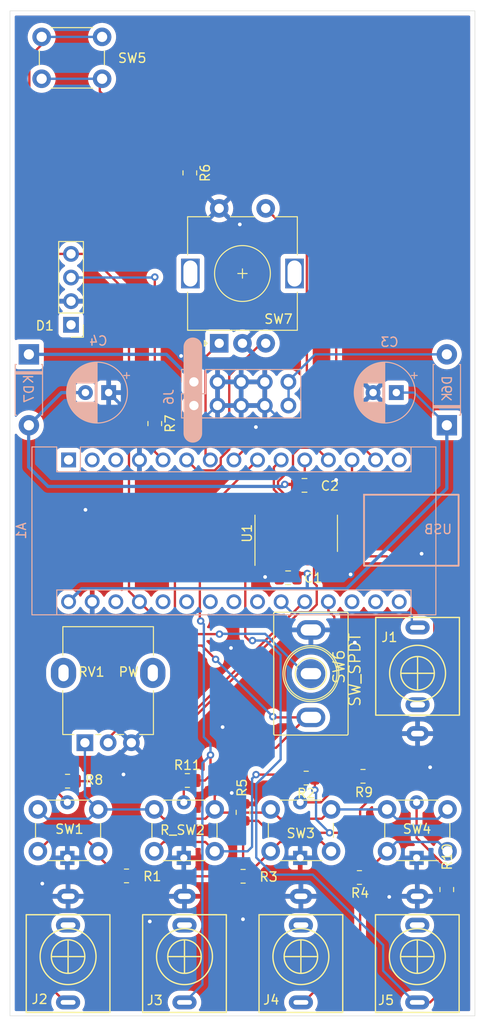
<source format=kicad_pcb>
(kicad_pcb (version 20211014) (generator pcbnew)
  (layers (0 "F.Cu" signal) (31 "B.Cu" signal) (34 "B.Paste" user) (35 "F.Paste" user) (36 "B.SilkS" user "B.Silkscreen") (37 "F.SilkS" user "F.Silkscreen") (38 "B.Mask" user) (39 "F.Mask" user) (44 "Edge.Cuts" user))
  (net 0 "")
  (net 1 "Net-(A1-Pad8)")
  (net 2 "GND")
  (net 3 "Net-(A1-Pad6)")
  (net 4 "Net-(A1-Pad7)")
  (net 5 "Net-(A1-Pad19)")
  (net 6 "Net-(R2-Pad2)")
  (net 7 "Net-(D1-Pad4)")
  (net 8 "Net-(A1-Pad5)")
  (net 9 "Net-(A1-Pad14)")
  (net 10 "Net-(R4-Pad2)")
  (net 11 "Net-(R3-Pad2)")
  (net 12 "Net-(R1-Pad2)")
  (net 13 "Net-(J3-PadT)")
  (net 14 "Net-(J5-PadT)")
  (net 15 "Net-(J4-PadT)")
  (net 16 "Net-(J2-PadT)")
  (net 17 "Net-(A1-Pad27)")
  (net 18 "Net-(A1-Pad20)")
  (net 19 "Net-(A1-Pad10)")
  (net 20 "+12V")
  (net 21 "Net-(A1-Pad11)")
  (net 22 "Net-(A1-Pad13)")
  (net 23 "-12V")
  (net 24 "Net-(A1-Pad12)")
  (net 30 "Net-(A1-Pad21)")
  (net 34 "Net-(A1-Pad9)")
  (net 40 "Net-(D7-Pad1)")
  (net 41 "Net-(D6-Pad2)")
  (net 42 "Net-(R11-Pad1)")
  (net 43 "Net-(R10-Pad1)")
  (net 44 "Net-(R9-Pad1)")
  (net 45 "Net-(R8-Pad2)")
  (footprint "A1 Footprints:SW_PUSH_LED_6mm" (layer "F.Cu") (at 43.727786 88.104511)
    (fp_text reference "SW4")
    (fp_text value "SW_Push")
  )
  (footprint "A1 Footprints:PJ398SM" (layer "F.Cu") (at 43.832786 71.188664)
    (fp_text reference "J1")
    (fp_text value "CLOCK")
  )
  (footprint "A1 Footprints:SW_PUSH_LED_6mm" (layer "F.Cu") (at 18.689984 88.104511)
    (fp_text reference "R_SW2")
    (fp_text value "SW_Push")
  )
  (footprint "Resistor_SMD:R_0805_2012Metric" (layer "F.Cu") (at 19.34 17.414511 -90)
    (fp_text reference "R6")
    (fp_text value "R")
  )
  (footprint "Resistor_SMD:R_0805_2012Metric" (layer "F.Cu") (at 25.07 93.004511)
    (fp_text reference "R3")
    (fp_text value "R")
  )
  (footprint "Resistor_SMD:R_0805_2012Metric" (layer "F.Cu") (at 6.19 82.784511 180)
    (fp_text reference "R8")
    (fp_text value "R")
  )
  (footprint "Resistor_SMD:R_0805_2012Metric" (layer "F.Cu") (at 12.53 92.964511 180)
    (fp_text reference "R1")
    (fp_text value "R")
  )
  (footprint "A1 Footprints:SW_PUSH_LED_6mm" (layer "F.Cu") (at 31.208885 88.104511)
    (fp_text reference "SW3")
    (fp_text value "SW_Push")
  )
  (footprint "A1 Footprints:SPDT_KIT" (layer "F.Cu") (at 32.36 71.228664)
    (fp_text reference "SW6")
    (fp_text value "SW_SPDT")
  )
  (footprint "Button_Switch_THT:SW_PUSH_6mm" (layer "F.Cu") (at 3.404511 2.8)
    (fp_text reference "SW5")
    (fp_text value "SW_Push")
  )
  (footprint "A1 Footprints:PJ398SM" (layer "F.Cu") (at 31.283885 101.634511 180)
    (fp_text reference "J4")
    (fp_text value "AudioJack2_Ground")
  )
  (footprint "Potentiometer_THT:Potentiometer_Alpha_RD901F-40-00D_Single_Vertical" (layer "F.Cu") (at 8.054932 78.651164 90)
    (fp_text reference "RV1  PW")
    (fp_text value "R_Potentiometer")
  )
  (footprint "Resistor_SMD:R_0805_2012Metric" (layer "F.Cu") (at 37.58 93.134511)
    (fp_text reference "R4")
    (fp_text value "R")
  )
  (footprint "Resistor_SMD:R_0805_2012Metric" (layer "F.Cu") (at 31.854511 82.45 180)
    (fp_text reference "R2")
    (fp_text value "R")
  )
  (footprint "Resistor_SMD:R_0805_2012Metric" (layer "F.Cu") (at 19.074511 82.71)
    (fp_text reference "R11")
    (fp_text value "R")
  )
  (footprint "Rotary_Encoder:RotaryEncoder_Alps_EC11E-Switch_Vertical_H20mm" (layer "F.Cu") (at 22.5 35.726919 90)
    (fp_text reference "SW7")
    (fp_text value "RotaryEncoder_Switch")
  )
  (footprint "A1 Footprints:PJ398SM" (layer "F.Cu") (at 18.764984 101.634511 180)
    (fp_text reference "J3")
    (fp_text value "AudioJack2_Ground")
  )
  (footprint "Resistor_SMD:R_0805_2012Metric" (layer "F.Cu") (at 37.964511 82.26)
    (fp_text reference "R9")
    (fp_text value "R")
  )
  (footprint "A1 Footprints:PJ398SM" (layer "F.Cu") (at 6.246082 101.634511 180)
    (fp_text reference "J2")
    (fp_text value "AudioJack2_Ground")
  )
  (footprint "Connector_PinHeader_2.54mm:PinHeader_1x04_P2.54mm_Vertical" (layer "F.Cu") (at 6.564511 33.74 180)
    (fp_text reference "D1")
    (fp_text value "NeoPixel_THT")
  )
  (footprint "Resistor_SMD:R_0805_2012Metric" (layer "F.Cu") (at 25.06 86.134511 90)
    (fp_text reference "R5")
    (fp_text value "R")
  )
  (footprint "Resistor_SMD:R_0805_2012Metric" (layer "F.Cu") (at 46.974511 94.43 -90)
    (fp_text reference "R10")
    (fp_text value "R")
  )
  (footprint "Capacitor_SMD:C_0805_2012Metric" (layer "F.Cu") (at 29.91 60.924511 180)
    (fp_text reference "C1")
    (fp_text value "0.1uF")
  )
  (footprint "A1 Footprints:PJ398SM" (layer "F.Cu") (at 43.802786 101.634511 180)
    (fp_text reference "J5")
    (fp_text value "AudioJack2_Ground")
  )
  (footprint "Resistor_SMD:R_0805_2012Metric" (layer "F.Cu") (at 15.57 44.354511 -90)
    (fp_text reference "R7")
    (fp_text value "R")
  )
  (footprint "A1 Footprints:SW_PUSH_LED_6mm" (layer "F.Cu") (at 6.171082 88.104511)
    (fp_text reference "SW1")
    (fp_text value "SW_Push")
  )
  (footprint "Capacitor_SMD:C_0805_2012Metric" (layer "F.Cu") (at 31.67 50.994511)
    (fp_text reference "C2")
    (fp_text value "0.1uF")
  )
  (footprint "Package_SO:SOIC-14_3.9x8.7mm_P1.27mm" (layer "F.Cu") (at 30.78 56.144511 90)
    (fp_text reference "U1")
    (fp_text value "TL074")
  )
  (footprint "Diode_THT:D_DO-41_SOD81_P7.62mm_Horizontal" (layer "B.Cu") (at 2.03 36.914511 -90)
    (fp_text reference "D7")
    (fp_text value "1N5817")
  )
  (footprint "Module:Arduino_Nano" (layer "B.Cu") (at 6.3 48.264511 -90)
    (fp_text reference "A1")
    (fp_text value "Arduino_Nano_v3.x")
  )
  (footprint "Connector_PinHeader_2.54mm:PinHeader_2x05_P2.54mm_Vertical" (layer "B.Cu") (at 19.779511 39.875 -90)
    (fp_text reference "J6")
    (fp_text value "Synth_power_2x5")
  )
  (footprint "Capacitor_THT:CP_Radial_D6.3mm_P2.50mm" (layer "B.Cu") (at 41.547194 41.024511 180)
    (fp_text reference "C3")
    (fp_text value "10uF")
  )
  (footprint "Capacitor_THT:CP_Radial_D6.3mm_P2.50mm" (layer "B.Cu") (at 10.610484 41.024511 180)
    (fp_text reference "C4")
    (fp_text value "10uF")
  )
  (footprint "Diode_THT:D_DO-41_SOD81_P7.62mm_Horizontal" (layer "B.Cu") (at 46.98 44.534511 90)
    (fp_text reference "D6")
    (fp_text value "1N5817")
  )
  (gr_line (start 19.664511 45.4) (end 19.664511 36.11) (layer "B.SilkS") (width 2))
  (gr_rect (start 38.074511 52) (end 48.244511 59.63) (layer "B.SilkS") (width 0.2) (fill none))
  (gr_line (start 50 108) (end 50 0) (layer "Edge.Cuts") (width 0.05))
  (gr_line (start 0 108) (end 50 108) (layer "Edge.Cuts") (width 0.05))
  (gr_line (start 0 108) (end 0 0) (layer "Edge.Cuts") (width 0.05))
  (gr_line (start 0 0) (end 50 0) (layer "Edge.Cuts") (width 0.05))
  (gr_text "USB" (at 46.034511 55.72) (layer "B.SilkS") (effects (font (size 1 1)) (justify mirror)))
  (segment (start 31.924511 25.65143) (end 31.924511 45.17) (width 0.25) (layer "F.Cu") (net 1))
  (segment (start 30.88 46.214511) (end 26.13 46.214511) (width 0.25) (layer "F.Cu") (net 1))
  (segment (start 26.13 46.214511) (end 24.08 48.264511) (width 0.25) (layer "F.Cu") (net 1))
  (segment (start 31.924511 45.17) (end 30.88 46.214511) (width 0.25) (layer "F.Cu") (net 1))
  (segment (start 27.5 21.226919) (end 31.924511 25.65143) (width 0.25) (layer "F.Cu") (net 1))
  (via (at 18.4 37.084511) (size 0.8) (drill 0.4) (layers "F.Cu" "B.Cu") (net 2))
  (via (at 40.784511 95.22) (size 0.8) (drill 0.4) (layers "F.Cu" "B.Cu") (net 2))
  (via (at 25.054511 97.62) (size 0.8) (drill 0.4) (layers "F.Cu" "B.Cu") (net 2))
  (via (at 15.034511 97.86) (size 0.8) (drill 0.4) (layers "F.Cu" "B.Cu") (net 2))
  (via (at 37.084511 67.89) (size 0.8) (drill 0.4) (layers "F.Cu" "B.Cu") (net 2))
  (via (at 45.184511 81.29) (size 0.8) (drill 0.4) (layers "F.Cu" "B.Cu") (net 2))
  (via (at 36.63 60.564511) (size 0.8) (drill 0.4) (layers "F.Cu" "B.Cu") (net 2))
  (via (at 12.204511 82.060011) (size 0.8) (drill 0.4) (layers "F.Cu" "B.Cu") (net 2))
  (via (at 26.444511 44.73) (size 0.8) (drill 0.4) (layers "F.Cu" "B.Cu") (net 2))
  (via (at 3.474511 93.79) (size 0.8) (drill 0.4) (layers "F.Cu" "B.Cu") (net 2))
  (via (at 23.844511 84.05) (size 0.8) (drill 0.4) (layers "F.Cu" "B.Cu") (net 2))
  (via (at 24.714511 22.95) (size 0.8) (drill 0.4) (layers "F.Cu" "B.Cu") (net 2))
  (via (at 44.264511 58.34) (size 0.8) (drill 0.4) (layers "F.Cu" "B.Cu") (net 2))
  (via (at 8.114511 53.62) (size 0.8) (drill 0.4) (layers "F.Cu" "B.Cu") (net 2))
  (via (at 27.434511 60.84) (size 0.8) (drill 0.4) (layers "F.Cu" "B.Cu") (net 2))
  (via (at 35.074511 50.41) (size 0.8) (drill 0.4) (layers "F.Cu" "B.Cu") (net 2))
  (via (at 23.764511 68.47) (size 0.8) (drill 0.4) (layers "F.Cu" "B.Cu") (net 2))
  (via (at 22.864511 76.97) (size 0.8) (drill 0.4) (layers "F.Cu" "B.Cu") (net 2))
  (segment (start 24.880001 42.309511) (end 27.420001 42.309511) (width 0.25) (layer "B.Cu") (net 2))
  (segment (start 14.050484 44.464511) (end 20.185001 44.464511) (width 0.35) (layer "B.Cu") (net 2))
  (segment (start 27.420001 39.89549) (end 27.294022 39.769511) (width 0.25) (layer "B.Cu") (net 2))
  (segment (start 27.294022 39.769511) (end 24.880001 39.769511) (width 0.25) (layer "B.Cu") (net 2))
  (segment (start 24.859511 39.875) (end 22.319511 39.875) (width 0.25) (layer "B.Cu") (net 2))
  (segment (start 29.545001 44.434511) (end 27.52549 42.415) (width 0.25) (layer "B.Cu") (net 2))
  (segment (start 22.234512 42.415) (end 22.319511 42.415) (width 0.25) (layer "B.Cu") (net 2))
  (segment (start 22.319511 42.415) (end 22.319511 39.875) (width 0.25) (layer "B.Cu") (net 2))
  (segment (start 39.047194 41.024511) (end 35.637194 44.434511) (width 0.25) (layer "B.Cu") (net 2))
  (segment (start 27.420001 42.309511) (end 27.420001 39.89549) (width 0.25) (layer "B.Cu") (net 2))
  (segment (start 20.185001 44.464511) (end 22.234512 42.415) (width 0.25) (layer "B.Cu") (net 2))
  (segment (start 24.880001 39.769511) (end 24.880001 42.309511) (width 0.25) (layer "B.Cu") (net 2))
  (segment (start 27.52549 42.415) (end 27.399511 42.415) (width 0.25) (layer "B.Cu") (net 2))
  (segment (start 22.319511 42.415) (end 24.859511 42.415) (width 0.25) (layer "B.Cu") (net 2))
  (segment (start 35.637194 44.434511) (end 29.545001 44.434511) (width 0.25) (layer "B.Cu") (net 2))
  (segment (start 10.610484 41.024511) (end 14.050484 44.464511) (width 0.35) (layer "B.Cu") (net 2))
  (segment (start 23.58 47.134511) (end 22.664511 48.05) (width 0.25) (layer "F.Cu") (net 3))
  (segment (start 20.124511 49.389022) (end 19 48.264511) (width 0.25) (layer "F.Cu") (net 3))
  (segment (start 27.5 35.726919) (end 27.017592 35.726919) (width 0.25) (layer "F.Cu") (net 3))
  (segment (start 23.58 39.164511) (end 23.58 47.134511) (width 0.25) (layer "F.Cu") (net 3))
  (segment (start 22.664511 48.74) (end 22.015489 49.389022) (width 0.25) (layer "F.Cu") (net 3))
  (segment (start 27.017592 35.726919) (end 23.58 39.164511) (width 0.25) (layer "F.Cu") (net 3))
  (segment (start 22.015489 49.389022) (end 20.124511 49.389022) (width 0.25) (layer "F.Cu") (net 3))
  (segment (start 22.664511 48.05) (end 22.664511 48.74) (width 0.25) (layer "F.Cu") (net 3))
  (segment (start 21.03 47.754511) (end 21.54 48.264511) (width 0.25) (layer "F.Cu") (net 4))
  (segment (start 22.815489 35.41143) (end 21.03 37.196919) (width 0.25) (layer "F.Cu") (net 4))
  (segment (start 21.03 37.196919) (end 21.03 47.754511) (width 0.25) (layer "F.Cu") (net 4))
  (segment (start 34.874511 80.3425) (end 34.874511 65.11) (width 0.25) (layer "F.Cu") (net 5))
  (segment (start 35.384511 88.33) (end 36.6675 89.612989) (width 0.25) (layer "F.Cu") (net 5))
  (segment (start 25.07 87.057011) (end 25.07 92.092011) (width 0.25) (layer "F.Cu") (net 5))
  (segment (start 32.784511 82.4325) (end 34.874511 80.3425) (width 0.25) (layer "F.Cu") (net 5))
  (segment (start 25.06 87.047011) (end 25.07 87.057011) (width 0.25) (layer "F.Cu") (net 5))
  (segment (start 34.874511 65.11) (end 34.24 64.475489) (width 0.25) (layer "F.Cu") (net 5))
  (segment (start 34.364511 88.33) (end 27.964511 88.33) (width 0.25) (layer "F.Cu") (net 5))
  (segment (start 13.4825 93.004511) (end 13.4425 92.964511) (width 0.25) (layer "F.Cu") (net 5))
  (segment (start 24.1575 93.004511) (end 13.4825 93.004511) (width 0.25) (layer "F.Cu") (net 5))
  (segment (start 27.964511 88.33) (end 26.681522 87.047011) (width 0.25) (layer "F.Cu") (net 5))
  (segment (start 34.364511 88.33) (end 35.384511 88.33) (width 0.25) (layer "F.Cu") (net 5))
  (segment (start 34.24 64.475489) (end 34.24 63.504511) (width 0.25) (layer "F.Cu") (net 5))
  (segment (start 25.07 92.092011) (end 24.1575 93.004511) (width 0.25) (layer "F.Cu") (net 5))
  (segment (start 26.681522 87.047011) (end 25.06 87.047011) (width 0.25) (layer "F.Cu") (net 5))
  (segment (start 32.784511 83.73) (end 32.784511 82.4325) (width 0.25) (layer "F.Cu") (net 5))
  (segment (start 36.6675 89.612989) (end 36.6675 93.134511) (width 0.25) (layer "F.Cu") (net 5))
  (via (at 34.364511 88.33) (size 0.8) (drill 0.4) (layers "F.Cu" "B.Cu") (net 5))
  (via (at 32.784511 83.73) (size 0.8) (drill 0.4) (layers "F.Cu" "B.Cu") (net 5))
  (segment (start 32.914511 86.88) (end 34.364511 88.33) (width 0.25) (layer "B.Cu") (net 5))
  (segment (start 32.914511 83.86) (end 32.914511 86.88) (width 0.25) (layer "B.Cu") (net 5))
  (segment (start 32.784511 83.73) (end 32.914511 83.86) (width 0.25) (layer "B.Cu") (net 5))
  (segment (start 30.569712 82.077701) (end 30.942011 82.45) (width 0.25) (layer "F.Cu") (net 6))
  (segment (start 26.462212 82.077701) (end 30.569712 82.077701) (width 0.25) (layer "F.Cu") (net 6))
  (segment (start 21.014984 89.318511) (end 16.514984 89.318511) (width 0.25) (layer "F.Cu") (net 6))
  (segment (start 16.514984 89.318511) (end 15.514984 90.318511) (width 0.25) (layer "F.Cu") (net 6))
  (segment (start 22.014984 90.318511) (end 21.014984 89.318511) (width 0.25) (layer "F.Cu") (net 6))
  (via (at 26.462212 82.077701) (size 0.8) (drill 0.4) (layers "F.Cu" "B.Cu") (net 6))
  (segment (start 26.034854 82.505059) (end 26.034854 89.839657) (width 0.25) (layer "B.Cu") (net 6))
  (segment (start 26.034854 89.839657) (end 25.556 90.318511) (width 0.25) (layer "B.Cu") (net 6))
  (segment (start 25.556 90.318511) (end 22.014984 90.318511) (width 0.25) (layer "B.Cu") (net 6))
  (segment (start 26.462212 82.077701) (end 26.034854 82.505059) (width 0.25) (layer "B.Cu") (net 6))
  (segment (start 15.574511 28.61) (end 15.57 28.614511) (width 0.25) (layer "F.Cu") (net 7))
  (segment (start 15.57 28.614511) (end 15.57 43.442011) (width 0.25) (layer "F.Cu") (net 7))
  (via (at 15.574511 28.61) (size 0.8) (drill 0.4) (layers "F.Cu" "B.Cu") (net 7))
  (segment (start 15.574511 28.61) (end 15.524511 28.66) (width 0.25) (layer "B.Cu") (net 7))
  (segment (start 15.524511 28.66) (end 6.564511 28.66) (width 0.25) (layer "B.Cu") (net 7))
  (segment (start 15.57 47.374511) (end 16.46 48.264511) (width 0.25) (layer "F.Cu") (net 8))
  (segment (start 15.57 45.267011) (end 15.57 47.374511) (width 0.25) (layer "F.Cu") (net 8))
  (segment (start 35.084511 19.944022) (end 33.4675 18.327011) (width 0.25) (layer "F.Cu") (net 9))
  (segment (start 9.657297 8.644308) (end 9.657297 7.043948) (width 0.25) (layer "F.Cu") (net 9))
  (segment (start 33.4675 18.327011) (end 19.34 18.327011) (width 0.25) (layer "F.Cu") (net 9))
  (segment (start 35.084511 44.029022) (end 35.084511 19.944022) (width 0.25) (layer "F.Cu") (net 9))
  (segment (start 39.32 48.264511) (end 35.084511 44.029022) (width 0.25) (layer "F.Cu") (net 9))
  (segment (start 19.34 18.327011) (end 9.657297 8.644308) (width 0.25) (layer "F.Cu") (net 9))
  (segment (start 9.904511 7.3) (end 3.404511 7.3) (width 0.25) (layer "B.Cu") (net 9))
  (segment (start 38.4925 92.378797) (end 40.552786 90.318511) (width 0.25) (layer "F.Cu") (net 10))
  (segment (start 38.4925 93.134511) (end 38.4925 92.378797) (width 0.25) (layer "F.Cu") (net 10))
  (segment (start 47.052786 90.318511) (end 46.052786 89.318511) (width 0.25) (layer "B.Cu") (net 10))
  (segment (start 46.052786 89.318511) (end 41.552786 89.318511) (width 0.25) (layer "B.Cu") (net 10))
  (segment (start 41.552786 89.318511) (end 40.552786 90.318511) (width 0.25) (layer "B.Cu") (net 10))
  (segment (start 34.533885 90.318511) (end 33.533885 89.318511) (width 0.25) (layer "F.Cu") (net 11))
  (segment (start 29.033885 89.318511) (end 25.9825 92.369896) (width 0.25) (layer "F.Cu") (net 11))
  (segment (start 33.533885 89.318511) (end 29.033885 89.318511) (width 0.25) (layer "F.Cu") (net 11))
  (segment (start 25.9825 92.369896) (end 25.9825 93.004511) (width 0.25) (layer "F.Cu") (net 11))
  (segment (start 8.349582 89.172011) (end 4.142582 89.172011) (width 0.25) (layer "F.Cu") (net 12))
  (segment (start 4.142582 89.172011) (end 2.996082 90.318511) (width 0.25) (layer "F.Cu") (net 12))
  (segment (start 9.496082 90.843093) (end 9.496082 90.318511) (width 0.25) (layer "F.Cu") (net 12))
  (segment (start 11.6175 92.964511) (end 9.496082 90.843093) (width 0.25) (layer "F.Cu") (net 12))
  (segment (start 9.496082 90.318511) (end 8.349582 89.172011) (width 0.25) (layer "F.Cu") (net 12))
  (segment (start 20.964511 82.71) (end 19.987011 82.71) (width 0.25) (layer "F.Cu") (net 13))
  (segment (start 26.97 53.669511) (end 28.24 53.669511) (width 0.25) (layer "F.Cu") (net 13))
  (segment (start 24.8875 53.669511) (end 26.97 53.669511) (width 0.25) (layer "F.Cu") (net 13))
  (segment (start 20.504511 65.57) (end 20.415489 65.480978) (width 0.25) (layer "F.Cu") (net 13))
  (segment (start 21.564511 79.97) (end 21.564511 82.11) (width 0.25) (layer "F.Cu") (net 13))
  (segment (start 20.415489 58.141522) (end 24.8875 53.669511) (width 0.25) (layer "F.Cu") (net 13))
  (segment (start 20.415489 65.480978) (end 20.415489 58.141522) (width 0.25) (layer "F.Cu") (net 13))
  (segment (start 21.564511 82.11) (end 20.964511 82.71) (width 0.25) (layer "F.Cu") (net 13))
  (via (at 20.504511 65.57) (size 0.8) (drill 0.4) (layers "F.Cu" "B.Cu") (net 13))
  (via (at 21.564511 79.97) (size 0.8) (drill 0.4) (layers "F.Cu" "B.Cu") (net 13))
  (segment (start 20.848242 78.043731) (end 21.564511 78.76) (width 0.25) (layer "B.Cu") (net 13))
  (segment (start 21.564511 78.76) (end 21.564511 79.97) (width 0.25) (layer "B.Cu") (net 13))
  (segment (start 20.690473 104.629022) (end 18.764984 106.554511) (width 0.25) (layer "B.Cu") (net 13))
  (segment (start 21.564511 79.97) (end 20.690473 80.844038) (width 0.25) (layer "B.Cu") (net 13))
  (segment (start 20.504511 65.57) (end 20.848242 65.913731) (width 0.25) (layer "B.Cu") (net 13))
  (segment (start 20.690473 80.844038) (end 20.690473 104.629022) (width 0.25) (layer "B.Cu") (net 13))
  (segment (start 20.848242 65.913731) (end 20.848242 78.043731) (width 0.25) (layer "B.Cu") (net 13))
  (segment (start 25.304511 60.285) (end 26.97 58.619511) (width 0.25) (layer "F.Cu") (net 14))
  (segment (start 26.074511 67.6745) (end 25.729011 67.6745) (width 0.25) (layer "F.Cu") (net 14))
  (segment (start 47.347011 95.715) (end 47.347011 104.3825) (width 0.25) (layer "F.Cu") (net 14))
  (segment (start 25.729011 67.6745) (end 25.304511 67.25) (width 0.25) (layer "F.Cu") (net 14))
  (segment (start 28.24 58.619511) (end 26.97 58.619511) (width 0.25) (layer "F.Cu") (net 14))
  (segment (start 46.974511 95.3425) (end 47.347011 95.715) (width 0.25) (layer "F.Cu") (net 14))
  (segment (start 47.347011 104.3825) (end 45.175 106.554511) (width 0.25) (layer "F.Cu") (net 14))
  (segment (start 25.304511 67.25) (end 25.304511 60.285) (width 0.25) (layer "F.Cu") (net 14))
  (segment (start 45.175 106.554511) (end 43.802786 106.554511) (width 0.25) (layer "F.Cu") (net 14))
  (via (at 26.074511 67.6745) (size 0.8) (drill 0.4) (layers "F.Cu" "B.Cu") (net 14))
  (segment (start 28.323533 92.829022) (end 32.553533 92.829022) (width 0.25) (layer "B.Cu") (net 14))
  (segment (start 26.484374 83.080137) (end 26.484374 90.989863) (width 0.25) (layer "B.Cu") (net 14))
  (segment (start 27.528542 67.67) (end 29.104511 69.245969) (width 0.25) (layer "B.Cu") (net 14))
  (segment (start 32.553533 92.829022) (end 40.130275 100.405764) (width 0.25) (layer "B.Cu") (net 14))
  (segment (start 29.104511 80.46) (end 26.484374 83.080137) (width 0.25) (layer "B.Cu") (net 14))
  (segment (start 26.484374 90.989863) (end 28.323533 92.829022) (width 0.25) (layer "B.Cu") (net 14))
  (segment (start 40.130275 103.155716) (end 43.52907 106.554511) (width 0.25) (layer "B.Cu") (net 14))
  (segment (start 26.074511 67.6745) (end 26.079011 67.67) (width 0.25) (layer "B.Cu") (net 14))
  (segment (start 43.52907 106.554511) (end 43.802786 106.554511) (width 0.25) (layer "B.Cu") (net 14))
  (segment (start 40.130275 100.405764) (end 40.130275 103.155716) (width 0.25) (layer "B.Cu") (net 14))
  (segment (start 26.079011 67.67) (end 27.528542 67.67) (width 0.25) (layer "B.Cu") (net 14))
  (segment (start 29.104511 69.245969) (end 29.104511 80.46) (width 0.25) (layer "B.Cu") (net 14))
  (segment (start 40.513062 58.619511) (end 45.634511 63.74096) (width 0.25) (layer "F.Cu") (net 15))
  (segment (start 45.634511 63.74096) (end 45.634511 70.29) (width 0.25) (layer "F.Cu") (net 15))
  (segment (start 38.8225 77.102011) (end 38.8225 83.244511) (width 0.25) (layer "F.Cu") (net 15))
  (segment (start 34.59 58.619511) (end 33.32 58.619511) (width 0.25) (layer "F.Cu") (net 15))
  (segment (start 38.8225 83.244511) (end 38.8225 84.615229) (width 0.25) (layer "F.Cu") (net 15))
  (segment (start 38.8225 84.615229) (end 37.65548 85.782249) (width 0.25) (layer "F.Cu") (net 15))
  (segment (start 34.59 58.619511) (end 40.513062 58.619511) (width 0.25) (layer "F.Cu") (net 15))
  (segment (start 37.65548 85.782249) (end 37.65548 100.456632) (width 0.25) (layer "F.Cu") (net 15))
  (segment (start 45.634511 70.29) (end 38.8225 77.102011) (width 0.25) (layer "F.Cu") (net 15))
  (segment (start 31.557601 106.554511) (end 31.283885 106.554511) (width 0.25) (layer "F.Cu") (net 15))
  (segment (start 37.65548 100.456632) (end 31.557601 106.554511) (width 0.25) (layer "F.Cu") (net 15))
  (segment (start 32.69548 54.294031) (end 32.69548 61.480969) (width 0.25) (layer "F.Cu") (net 16))
  (segment (start 32.99 61.775489) (end 32.99 63.804811) (width 0.25) (layer "F.Cu") (net 16))
  (segment (start 13.731386 82.784511) (end 7.1025 82.784511) (width 0.25) (layer "F.Cu") (net 16))
  (segment (start 33.32 53.669511) (end 32.69548 54.294031) (width 0.25) (layer "F.Cu") (net 16))
  (segment (start 6.246082 106.554511) (end 5.972366 106.554511) (width 0.25) (layer "F.Cu") (net 16))
  (segment (start 31.121207 64.629022) (end 14.654511 81.095718) (width 0.25) (layer "F.Cu") (net 16))
  (segment (start 14.654511 81.861386) (end 13.731386 82.784511) (width 0.25) (layer "F.Cu") (net 16))
  (segment (start 32.165789 64.629022) (end 31.121207 64.629022) (width 0.25) (layer "F.Cu") (net 16))
  (segment (start 7.069125 81.72) (end 7.1025 81.753375) (width 0.25) (layer "F.Cu") (net 16))
  (segment (start 5.972366 106.554511) (end 1.144511 101.726656) (width 0.25) (layer "F.Cu") (net 16))
  (segment (start 7.1025 81.753375) (end 7.1025 82.784511) (width 0.25) (layer "F.Cu") (net 16))
  (segment (start 1.144511 84.81) (end 4.234511 81.72) (width 0.25) (layer "F.Cu") (net 16))
  (segment (start 34.59 53.669511) (end 33.32 53.669511) (width 0.25) (layer "F.Cu") (net 16))
  (segment (start 32.99 63.804811) (end 32.165789 64.629022) (width 0.25) (layer "F.Cu") (net 16))
  (segment (start 32.69548 61.480969) (end 32.99 61.775489) (width 0.25) (layer "F.Cu") (net 16))
  (segment (start 14.654511 81.095718) (end 14.654511 81.861386) (width 0.25) (layer "F.Cu") (net 16))
  (segment (start 4.234511 81.72) (end 7.069125 81.72) (width 0.25) (layer "F.Cu") (net 16))
  (segment (start 1.144511 101.726656) (end 1.144511 84.81) (width 0.25) (layer "F.Cu") (net 16))
  (segment (start 22.014984 84.379527) (end 27.194511 79.2) (width 0.25) (layer "F.Cu") (net 17))
  (segment (start 31.877924 75.928664) (end 32.36 75.928664) (width 0.25) (layer "F.Cu") (net 17))
  (segment (start 28.343175 75.928664) (end 32.36 75.928664) (width 0.25) (layer "F.Cu") (net 17))
  (segment (start 12.795489 30.470978) (end 8.444511 26.12) (width 0.25) (layer "F.Cu") (net 17))
  (segment (start 22.014984 85.818511) (end 21.014984 86.818511) (width 0.25) (layer "F.Cu") (net 17))
  (segment (start 13.92 63.504511) (end 12.795489 62.38) (width 0.25) (layer "F.Cu") (net 17))
  (segment (start 21.014984 86.818511) (end 16.514984 86.818511) (width 0.25) (layer "F.Cu") (net 17))
  (segment (start 27.692396 86.16) (end 22.356473 86.16) (width 0.25) (layer "F.Cu") (net 17))
  (segment (start 28.033885 85.818511) (end 27.692396 86.16) (width 0.25) (layer "F.Cu") (net 17))
  (segment (start 3.404511 3.633786) (end 3.404511 2.791162) (width 0.25) (layer "F.Cu") (net 17))
  (segment (start 16.514984 86.818511) (end 15.514984 85.818511) (width 0.25) (layer "F.Cu") (net 17))
  (segment (start 33.533885 86.818511) (end 29.033885 86.818511) (width 0.25) (layer "F.Cu") (net 17))
  (segment (start 2.08 4.958297) (end 3.404511 3.633786) (width 0.25) (layer "F.Cu") (net 17))
  (segment (start 34.533885 85.818511) (end 33.533885 86.818511) (width 0.25) (layer "F.Cu") (net 17))
  (segment (start 12.795489 62.38) (end 12.795489 30.470978) (width 0.25) (layer "F.Cu") (net 17))
  (segment (start 28.264511 75.85) (end 28.343175 75.928664) (width 0.25) (layer "F.Cu") (net 17))
  (segment (start 22.114511 69.69) (end 20.634511 68.21) (width 0.25) (layer "F.Cu") (net 17))
  (segment (start 28.606588 79.2) (end 31.877924 75.928664) (width 0.25) (layer "F.Cu") (net 17))
  (segment (start 2.08 24.444088) (end 2.08 4.958297) (width 0.25) (layer "F.Cu") (net 17))
  (segment (start 22.014984 85.818511) (end 22.014984 84.379527) (width 0.25) (layer "F.Cu") (net 17))
  (segment (start 29.033885 86.818511) (end 28.033885 85.818511) (width 0.25) (layer "F.Cu") (net 17))
  (segment (start 18.625489 68.21) (end 13.92 63.504511) (width 0.25) (layer "F.Cu") (net 17))
  (segment (start 8.444511 26.12) (end 6.564511 26.12) (width 0.25) (layer "F.Cu") (net 17))
  (segment (start 27.194511 79.2) (end 28.606588 79.2) (width 0.25) (layer "F.Cu") (net 17))
  (segment (start 3.755912 26.12) (end 2.08 24.444088) (width 0.25) (layer "F.Cu") (net 17))
  (segment (start 20.634511 68.21) (end 18.625489 68.21) (width 0.25) (layer "F.Cu") (net 17))
  (segment (start 22.356473 86.16) (end 22.014984 85.818511) (width 0.25) (layer "F.Cu") (net 17))
  (segment (start 6.564511 26.12) (end 3.755912 26.12) (width 0.25) (layer "F.Cu") (net 17))
  (via (at 22.114511 69.69) (size 0.8) (drill 0.4) (layers "F.Cu" "B.Cu") (net 17))
  (via (at 28.264511 75.85) (size 0.8) (drill 0.4) (layers "F.Cu" "B.Cu") (net 17))
  (segment (start 22.114511 69.69) (end 22.114511 69.7) (width 0.25) (layer "B.Cu") (net 17))
  (segment (start 41.552786 86.818511) (end 40.552786 85.818511) (width 0.25) (layer "B.Cu") (net 17))
  (segment (start 22.114511 69.7) (end 28.264511 75.85) (width 0.25) (layer "B.Cu") (net 17))
  (segment (start 47.052786 85.818511) (end 46.052786 86.818511) (width 0.25) (layer "B.Cu") (net 17))
  (segment (start 9.904511 2.8) (end 3.404511 2.8) (width 0.25) (layer "B.Cu") (net 17))
  (segment (start 40.552786 85.818511) (end 34.533885 85.818511) (width 0.25) (layer "B.Cu") (net 17))
  (segment (start 46.052786 86.818511) (end 41.552786 86.818511) (width 0.25) (layer "B.Cu") (net 17))
  (segment (start 3.996082 86.818511) (end 2.996082 85.818511) (width 0.25) (layer "B.Cu") (net 17))
  (segment (start 8.054932 84.377361) (end 9.496082 85.818511) (width 0.25) (layer "B.Cu") (net 17))
  (segment (start 9.496082 85.818511) (end 8.496082 86.818511) (width 0.25) (layer "B.Cu") (net 17))
  (segment (start 15.514984 85.818511) (end 9.496082 85.818511) (width 0.25) (layer "B.Cu") (net 17))
  (segment (start 8.054932 78.651164) (end 8.054932 84.377361) (width 0.25) (layer "B.Cu") (net 17))
  (segment (start 8.496082 86.818511) (end 3.996082 86.818511) (width 0.25) (layer "B.Cu") (net 17))
  (segment (start 18.044511 77.07) (end 11.676096 77.07) (width 0.25) (layer "F.Cu") (net 18))
  (segment (start 31.61 63.504511) (end 18.044511 77.07) (width 0.25) (layer "F.Cu") (net 18))
  (segment (start 31.7 63.504511) (end 31.61 63.504511) (width 0.25) (layer "F.Cu") (net 18))
  (segment (start 11.676096 77.07) (end 10.554932 78.191164) (width 0.25) (layer "F.Cu") (net 18))
  (segment (start 28.86452 57.974031) (end 28.86452 51.933788) (width 0.25) (layer "F.Cu") (net 19))
  (segment (start 29.51 58.619511) (end 28.86452 57.974031) (width 0.25) (layer "F.Cu") (net 19))
  (segment (start 28.86452 51.933788) (end 28.375969 51.445237) (width 0.25) (layer "F.Cu") (net 19))
  (segment (start 28.375969 51.445237) (end 28.375969 49.048542) (width 0.25) (layer "F.Cu") (net 19))
  (segment (start 28.375969 49.048542) (end 29.16 48.264511) (width 0.25) (layer "F.Cu") (net 19))
  (segment (start 30.86 58.699511) (end 30.78 58.619511) (width 0.25) (layer "F.Cu") (net 20))
  (segment (start 30.814511 61.01) (end 30.814511 60.97) (width 0.25) (layer "F.Cu") (net 20))
  (segment (start 31.97098 60.464511) (end 31.36 60.464511) (width 0.35) (layer "F.Cu") (net 20))
  (segment (start 30.86 60.924511) (end 30.86 58.699511) (width 0.35) (layer "F.Cu") (net 20))
  (segment (start 31.36 60.464511) (end 30.814511 61.01) (width 0.35) (layer "F.Cu") (net 20))
  (segment (start 30.814511 60.97) (end 30.86 60.924511) (width 0.25) (layer "F.Cu") (net 20))
  (via (at 31.97098 60.464511) (size 0.8) (drill 0.4) (layers "F.Cu" "B.Cu") (net 20))
  (segment (start 31.97098 62.096469) (end 31.974511 62.1) (width 0.35) (layer "B.Cu") (net 20))
  (segment (start 36.204511 62.1) (end 7.704511 62.1) (width 0.35) (layer "B.Cu") (net 20))
  (segment (start 7.704511 62.1) (end 6.3 63.504511) (width 0.35) (layer "B.Cu") (net 20))
  (segment (start 41.547194 41.024511) (end 43.47 41.024511) (width 0.25) (layer "B.Cu") (net 20))
  (segment (start 43.47 41.024511) (end 46.98 44.534511) (width 0.25) (layer "B.Cu") (net 20))
  (segment (start 46.98 44.534511) (end 46.98 51.324511) (width 0.35) (layer "B.Cu") (net 20))
  (segment (start 36.244511 62.06) (end 36.204511 62.1) (width 0.25) (layer "B.Cu") (net 20))
  (segment (start 46.98 51.324511) (end 36.244511 62.06) (width 0.35) (layer "B.Cu") (net 20))
  (segment (start 31.97098 60.464511) (end 31.97098 62.096469) (width 0.35) (layer "B.Cu") (net 20))
  (segment (start 31.42548 52.643803) (end 31.42548 57.994991) (width 0.25) (layer "F.Cu") (net 21))
  (segment (start 31.7 48.264511) (end 31.7 52.369283) (width 0.25) (layer "F.Cu") (net 21))
  (segment (start 31.7 52.369283) (end 31.42548 52.643803) (width 0.25) (layer "F.Cu") (net 21))
  (segment (start 31.42548 57.994991) (end 32.05 58.619511) (width 0.25) (layer "F.Cu") (net 21))
  (segment (start 32.05 53.289283) (end 32.05 53.669511) (width 0.25) (layer "F.Cu") (net 22))
  (segment (start 32.969292 52.369991) (end 32.05 53.289283) (width 0.25) (layer "F.Cu") (net 22))
  (segment (start 36.78 51.414511) (end 35.82452 52.369991) (width 0.25) (layer "F.Cu") (net 22))
  (segment (start 36.78 48.264511) (end 36.78 51.414511) (width 0.25) (layer "F.Cu") (net 22))
  (segment (start 35.82452 52.369991) (end 32.969292 52.369991) (width 0.25) (layer "F.Cu") (net 22))
  (segment (start 30.72 53.609511) (end 30.78 53.669511) (width 0.25) (layer "F.Cu") (net 23))
  (segment (start 30.72 50.994511) (end 30.72 53.609511) (width 0.35) (layer "F.Cu") (net 23))
  (segment (start 29.549989 50.886732) (end 30.612221 50.886732) (width 0.35) (layer "F.Cu") (net 23))
  (segment (start 30.612221 50.886732) (end 30.72 50.994511) (width 0.25) (layer "F.Cu") (net 23))
  (via (at 29.549989 50.886732) (size 0.8) (drill 0.4) (layers "F.Cu" "B.Cu") (net 23))
  (segment (start 29.604511 50.87) (end 29.364511 51.11) (width 0.35) (layer "B.Cu") (net 23))
  (segment (start 5.54 41.024511) (end 2.03 44.534511) (width 0.35) (layer "B.Cu") (net 23))
  (segment (start 29.566721 50.87) (end 29.549989 50.886732) (width 0.25) (layer "B.Cu") (net 23))
  (segment (start 2.01 44.534511) (end 2.03 44.534511) (width 0.25) (layer "B.Cu") (net 23))
  (segment (start 29.364511 51.11) (end 4.094511 51.11) (width 0.35) (layer "B.Cu") (net 23))
  (segment (start 2.004511 44.54) (end 2.01 44.534511) (width 0.25) (layer "B.Cu") (net 23))
  (segment (start 4.094511 51.11) (end 2.004511 49.02) (width 0.35) (layer "B.Cu") (net 23))
  (segment (start 29.604511 50.87) (end 29.566721 50.87) (width 0.25) (layer "B.Cu") (net 23))
  (segment (start 8.110484 41.024511) (end 5.54 41.024511) (width 0.35) (layer "B.Cu") (net 23))
  (segment (start 2.004511 49.02) (end 2.004511 44.54) (width 0.35) (layer "B.Cu") (net 23))
  (segment (start 28.825489 50.586618) (end 29.249886 50.162221) (width 0.25) (layer "F.Cu") (net 24))
  (segment (start 29.56 53.619511) (end 29.56 51.993551) (width 0.25) (layer "F.Cu") (net 24))
  (segment (start 32.92 46.944511) (end 34.24 48.264511) (width 0.25) (layer "F.Cu") (net 24))
  (segment (start 29.25229 50.162221) (end 30.434511 48.98) (width 0.25) (layer "F.Cu") (net 24))
  (segment (start 29.249886 50.162221) (end 29.25229 50.162221) (width 0.25) (layer "F.Cu") (net 24))
  (segment (start 29.51 53.669511) (end 29.56 53.619511) (width 0.25) (layer "F.Cu") (net 24))
  (segment (start 29.56 51.993551) (end 28.825489 51.25904) (width 0.25) (layer "F.Cu") (net 24))
  (segment (start 31.138722 46.944511) (end 32.92 46.944511) (width 0.25) (layer "F.Cu") (net 24))
  (segment (start 30.434511 48.98) (end 30.434511 47.648722) (width 0.25) (layer "F.Cu") (net 24))
  (segment (start 30.434511 47.648722) (end 31.138722 46.944511) (width 0.25) (layer "F.Cu") (net 24))
  (segment (start 28.825489 51.25904) (end 28.825489 50.586618) (width 0.25) (layer "F.Cu") (net 24))
  (segment (start 43.214122 65.65) (end 43.214122 64.91) (width 0.25) (layer "B.Cu") (net 30))
  (segment (start 42.958275 64.654153) (end 30.309642 64.654153) (width 0.25) (layer "B.Cu") (net 30))
  (segment (start 43.832786 66.268664) (end 43.214122 65.65) (width 0.25) (layer "B.Cu") (net 30))
  (segment (start 43.214122 64.91) (end 42.958275 64.654153) (width 0.25) (layer "B.Cu") (net 30))
  (segment (start 30.309642 64.654153) (end 29.16 63.504511) (width 0.25) (layer "B.Cu") (net 30))
  (segment (start 17.734511 57.15) (end 26.62 48.264511) (width 0.25) (layer "F.Cu") (net 34))
  (segment (start 17.734511 65.35) (end 17.734511 57.15) (width 0.25) (layer "F.Cu") (net 34))
  (segment (start 22.524511 66.98) (end 19.364511 66.98) (width 0.25) (layer "F.Cu") (net 34))
  (segment (start 19.364511 66.98) (end 17.734511 65.35) (width 0.25) (layer "F.Cu") (net 34))
  (via (at 22.524511 66.98) (size 0.8) (drill 0.4) (layers "F.Cu" "B.Cu") (net 34))
  (segment (start 27.444259 66.95) (end 31.722923 71.228664) (width 0.25) (layer "B.Cu") (net 34))
  (segment (start 31.722923 71.228664) (end 32.36 71.228664) (width 0.25) (layer "B.Cu") (net 34))
  (segment (start 22.524511 66.98) (end 22.559022 66.945489) (width 0.25) (layer "B.Cu") (net 34))
  (segment (start 23.094614 66.945489) (end 23.099125 66.95) (width 0.25) (layer "B.Cu") (net 34))
  (segment (start 22.559022 66.945489) (end 23.094614 66.945489) (width 0.25) (layer "B.Cu") (net 34))
  (segment (start 23.099125 66.95) (end 27.444259 66.95) (width 0.25) (layer "B.Cu") (net 34))
  (segment (start 16.819022 36.914511) (end 2.03 36.914511) (width 0.35) (layer "B.Cu") (net 40))
  (segment (start 19.800001 42.309511) (end 19.800001 39.89549) (width 0.25) (layer "B.Cu") (net 40))
  (segment (start 19.800001 39.89549) (end 16.819022 36.914511) (width 0.35) (layer "B.Cu") (net 40))
  (segment (start 29.939511 39.875) (end 29.960001 39.89549) (width 0.25) (layer "B.Cu") (net 41))
  (segment (start 32.815001 36.914511) (end 29.939511 39.790001) (width 0.25) (layer "B.Cu") (net 41))
  (segment (start 46.98 36.914511) (end 32.815001 36.914511) (width 0.25) (layer "B.Cu") (net 41))
  (segment (start 29.939511 39.790001) (end 29.939511 39.875) (width 0.25) (layer "B.Cu") (net 41))
  (segment (start 29.960001 39.89549) (end 29.960001 42.309511) (width 0.25) (layer "B.Cu") (net 41))
  (segment (start 18.689984 85.056511) (end 18.689984 83.237973) (width 0.25) (layer "F.Cu") (net 42))
  (segment (start 18.689984 83.237973) (end 18.162011 82.71) (width 0.25) (layer "F.Cu") (net 42))
  (segment (start 43.727786 88.866654) (end 43.727786 85.056511) (width 0.25) (layer "F.Cu") (net 43))
  (segment (start 46.974511 93.5175) (end 46.96 93.502989) (width 0.25) (layer "F.Cu") (net 43))
  (segment (start 46.96 93.502989) (end 46.96 92.098868) (width 0.25) (layer "F.Cu") (net 43))
  (segment (start 46.96 92.098868) (end 43.727786 88.866654) (width 0.25) (layer "F.Cu") (net 43))
  (segment (start 33.422614 85.056511) (end 31.843742 85.056511) (width 0.25) (layer "F.Cu") (net 44))
  (segment (start 37.052011 82.26) (end 36.219125 82.26) (width 0.25) (layer "F.Cu") (net 44))
  (segment (start 36.219125 82.26) (end 33.422614 85.056511) (width 0.25) (layer "F.Cu") (net 44))
  (segment (start 5.2775 84.162929) (end 6.171082 85.056511) (width 0.25) (layer "F.Cu") (net 45))
  (segment (start 5.2775 82.784511) (end 5.2775 84.162929) (width 0.25) (layer "F.Cu") (net 45))
  (zone (net 2) (net_name "GND") (layer "F.Cu") (connect_pads (clearance 0.508)) (min_thickness 0.254) (fill yes (thermal_gap 0.508) (thermal_bridge_width 0.508))
    (polygon (pts (xy -0.99 108.874511) (xy 51.3 108.874511) (xy 51.3 -1.165489) (xy -0.99 -1.165489)))
  )
  (zone (net 2) (net_name "GND") (layer "B.Cu") (connect_pads (clearance 0.508)) (min_thickness 0.254) (fill yes (thermal_gap 0.508) (thermal_bridge_width 0.508))
    (polygon (pts (xy -0.61 108.854511) (xy 50.67 108.854511) (xy 50.67 -1.075489) (xy -0.61 -1.075489)))
  )
)
</source>
